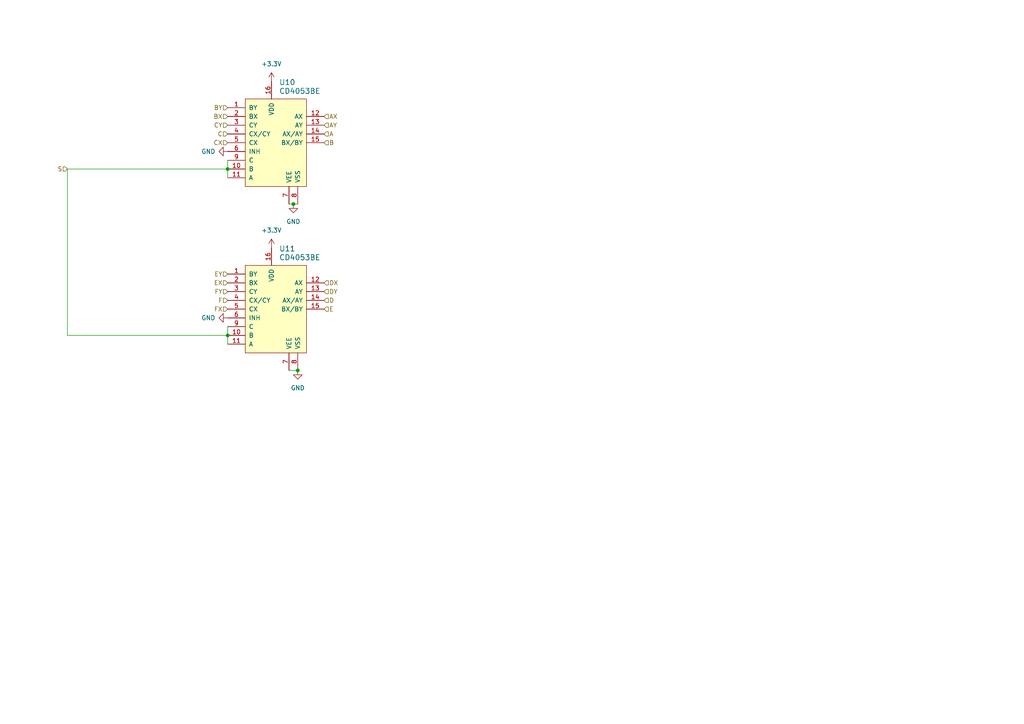
<source format=kicad_sch>
(kicad_sch (version 20230121) (generator eeschema)
  (paper "A4")
  (lib_symbols
    (symbol "dk_Interface-Analog-Switches-Multiplexers-Demultiplexers:CD4053BE" (pin_names (offset 1.016))
      (property "Reference" "U" (at -7.62 15.24 0))
      (property "Value" "CD4053BE" (at 17.78 -20.32 0))
      (symbol "CD4053BE_0_1"
        (rectangle (start -7.62 12.7) (end 10.16 -12.7) (fill (type background)))
      )
      (symbol "CD4053BE_1_1"
        (pin bidirectional line (at -12.7 10.16 0) (length 5.08) (name "BY") (number "1"))
        (pin input line (at -12.7 -7.62 0) (length 5.08) (name "B") (number "10"))
        (pin input line (at -12.7 -10.16 0) (length 5.08) (name "A") (number "11"))
        (pin bidirectional line (at 15.24 7.62 180) (length 5.08) (name "AX") (number "12"))
        (pin bidirectional line (at 15.24 5.08 180) (length 5.08) (name "AY") (number "13"))
        (pin bidirectional line (at 15.24 2.54 180) (length 5.08) (name "AX/AY") (number "14"))
        (pin bidirectional line (at 15.24 0 180) (length 5.08) (name "BX/BY") (number "15"))
        (pin power_in line (at 0 17.78 270) (length 5.08) (name "VDD") (number "16"))
        (pin bidirectional line (at -12.7 7.62 0) (length 5.08) (name "BX") (number "2"))
        (pin bidirectional line (at -12.7 5.08 0) (length 5.08) (name "CY") (number "3"))
        (pin bidirectional line (at -12.7 2.54 0) (length 5.08) (name "CX/CY") (number "4"))
        (pin bidirectional line (at -12.7 0 0) (length 5.08) (name "CX") (number "5"))
        (pin input line (at -12.7 -2.54 0) (length 5.08) (name "INH") (number "6"))
        (pin power_in line (at 5.08 -17.78 90) (length 5.08) (name "VEE") (number "7"))
        (pin power_in line (at 7.62 -17.78 90) (length 5.08) (name "VSS") (number "8"))
        (pin input line (at -12.7 -5.08 0) (length 5.08) (name "C") (number "9"))
      )
    )
    (symbol "power:+3.3V" (power) (pin_names (offset 0))
      (property "Value" "+3.3V" (at 0 3.556 0))
      (symbol "+3.3V_0_1"
        (polyline (pts (xy -0.762 1.27) (xy 0 2.54)))
        (polyline (pts (xy 0 0) (xy 0 2.54)))
        (polyline (pts (xy 0 2.54) (xy 0.762 1.27)))
      )
      (symbol "+3.3V_1_1"
        (pin power_in line (at 0 0 90) (length 0) hide (name "+3.3V") (number "1"))
      )
    )
    (symbol "power:GND" (power) (pin_names (offset 0))
      (property "Value" "GND" (at 0 -3.81 0))
      (symbol "GND_0_1"
        (polyline (pts (xy 0 0) (xy 0 -1.27) (xy 1.27 -1.27) (xy 0 -2.54) (xy -1.27 -1.27) (xy 0 -1.27)))
      )
      (symbol "GND_1_1"
        (pin power_in line (at 0 0 270) (length 0) hide (name "GND") (number "1"))
      )
    )
  )
  (junction (at 86.36 107.442))
  (junction (at 85.09 59.182))
  (junction (at 66.04 49.022))
  (junction (at 66.04 97.282))
  (wire (pts (xy 83.82 107.442) (xy 86.36 107.442)))
  (wire (pts (xy 66.04 94.742) (xy 66.04 97.282)))
  (wire (pts (xy 19.558 49.022) (xy 66.04 49.022)))
  (wire (pts (xy 66.04 49.022) (xy 66.04 51.562)))
  (wire (pts (xy 19.558 97.282) (xy 66.04 97.282)))
  (wire (pts (xy 85.09 59.182) (xy 86.36 59.182)))
  (wire (pts (xy 66.04 97.282) (xy 66.04 99.822)))
  (wire (pts (xy 83.82 59.182) (xy 85.09 59.182)))
  (wire (pts (xy 19.558 49.022) (xy 19.558 97.282)))
  (wire (pts (xy 66.04 46.482) (xy 66.04 49.022)))
  (hierarchical_label "EX" (shape input) (at 66.04 82.042 180))
  (hierarchical_label "S" (shape input) (at 19.558 49.022 180))
  (hierarchical_label "C" (shape input) (at 66.04 38.862 180))
  (hierarchical_label "B" (shape input) (at 93.98 41.402 0))
  (hierarchical_label "D" (shape input) (at 93.98 87.122 0))
  (hierarchical_label "CY" (shape input) (at 66.04 36.322 180))
  (hierarchical_label "E" (shape input) (at 93.98 89.662 0))
  (hierarchical_label "DX" (shape input) (at 93.98 82.042 0))
  (hierarchical_label "A" (shape input) (at 93.98 38.862 0))
  (hierarchical_label "AY" (shape input) (at 93.98 36.322 0))
  (hierarchical_label "FX" (shape input) (at 66.04 89.662 180))
  (hierarchical_label "FY" (shape input) (at 66.04 84.582 180))
  (hierarchical_label "F" (shape input) (at 66.04 87.122 180))
  (hierarchical_label "BX" (shape input) (at 66.04 33.782 180))
  (hierarchical_label "AX" (shape input) (at 93.98 33.782 0))
  (hierarchical_label "CX" (shape input) (at 66.04 41.402 180))
  (hierarchical_label "EY" (shape input) (at 66.04 79.502 180))
  (hierarchical_label "DY" (shape input) (at 93.98 84.582 0))
  (hierarchical_label "BY" (shape input) (at 66.04 31.242 180))
  (symbol (lib_id "power:GND") (at 66.04 92.202 270) (unit 1)
    (property "Reference" "#PWR032" (effects hide))
    (property "Value" "GND" (at 62.484 92.202 90) (effects (justify right)))
  )
  (symbol (lib_id "power:GND") (at 86.36 107.442 0) (unit 1)
    (property "Reference" "#PWR034" (effects hide))
    (property "Value" "GND" (at 86.36 112.522 0))
  )
  (symbol (lib_id "power:+3.3V") (at 78.74 23.622 0) (unit 1)
    (property "Reference" "#PWR030" (effects hide))
    (property "Value" "+3.3V" (at 78.74 18.542 0))
  )
  (symbol (lib_id "dk_Interface-Analog-Switches-Multiplexers-Demultiplexers:CD4053BE") (at 78.74 41.402 0) (unit 1)
    (property "Reference" "U10" (at 80.9341 23.876 0) (effects (font (size 1.524 1.524)) (justify left)))
    (property "Value" "CD4053BE" (at 80.9341 26.416 0) (effects (font (size 1.524 1.524)) (justify left)))
    (property "Footprint" "digikey-footprints:DIP-16_W7.62mm" (effects hide))
    (property "Datasheet" "http://www.ti.com/general/docs/suppproductinfo.tsp?distId=10&gotoUrl=http%3A%2F%2Fwww.ti.com%2Flit%2Fgpn%2Fcd4051b" (effects hide))
    (property "Digi-Key_PN" "296-2059-ND" (effects hide))
    (property "MPN" "CD4053BE" (effects hide))
    (property "Category" "Integrated Circuits (ICs)" (effects hide))
    (property "Family" "Interface - Analog Switches, Multiplexers, Demultiplexers" (effects hide))
    (property "DK_Datasheet_Link" "http://www.ti.com/general/docs/suppproductinfo.tsp?distId=10&gotoUrl=http%3A%2F%2Fwww.ti.com%2Flit%2Fgpn%2Fcd4051b" (effects hide))
    (property "DK_Detail_Page" "/product-detail/en/texas-instruments/CD4053BE/296-2059-ND/67309" (effects hide))
    (property "Description" "IC MUX/DEMUX TRIPLE 2X1 16DIP" (effects hide))
    (property "Manufacturer" "Texas Instruments" (effects hide))
    (property "Status" "Active" (effects hide))
  )
  (symbol (lib_id "power:GND") (at 66.04 43.942 270) (unit 1)
    (property "Reference" "#PWR029" (effects hide))
    (property "Value" "GND" (at 62.484 43.942 90) (effects (justify right)))
  )
  (symbol (lib_id "power:GND") (at 85.09 59.182 0) (unit 1)
    (property "Reference" "#PWR031" (effects hide))
    (property "Value" "GND" (at 85.09 64.262 0))
  )
  (symbol (lib_id "dk_Interface-Analog-Switches-Multiplexers-Demultiplexers:CD4053BE") (at 78.74 89.662 0) (unit 1)
    (property "Reference" "U11" (at 80.9341 72.136 0) (effects (font (size 1.524 1.524)) (justify left)))
    (property "Value" "CD4053BE" (at 80.9341 74.676 0) (effects (font (size 1.524 1.524)) (justify left)))
    (property "Footprint" "digikey-footprints:DIP-16_W7.62mm" (effects hide))
    (property "Datasheet" "http://www.ti.com/general/docs/suppproductinfo.tsp?distId=10&gotoUrl=http%3A%2F%2Fwww.ti.com%2Flit%2Fgpn%2Fcd4051b" (effects hide))
    (property "Digi-Key_PN" "296-2059-ND" (effects hide))
    (property "MPN" "CD4053BE" (effects hide))
    (property "Category" "Integrated Circuits (ICs)" (effects hide))
    (property "Family" "Interface - Analog Switches, Multiplexers, Demultiplexers" (effects hide))
    (property "DK_Datasheet_Link" "http://www.ti.com/general/docs/suppproductinfo.tsp?distId=10&gotoUrl=http%3A%2F%2Fwww.ti.com%2Flit%2Fgpn%2Fcd4051b" (effects hide))
    (property "DK_Detail_Page" "/product-detail/en/texas-instruments/CD4053BE/296-2059-ND/67309" (effects hide))
    (property "Description" "IC MUX/DEMUX TRIPLE 2X1 16DIP" (effects hide))
    (property "Manufacturer" "Texas Instruments" (effects hide))
    (property "Status" "Active" (effects hide))
  )
  (symbol (lib_id "power:+3.3V") (at 78.74 71.882 0) (unit 1)
    (property "Reference" "#PWR033" (effects hide))
    (property "Value" "+3.3V" (at 78.74 66.802 0))
  )
)
</source>
